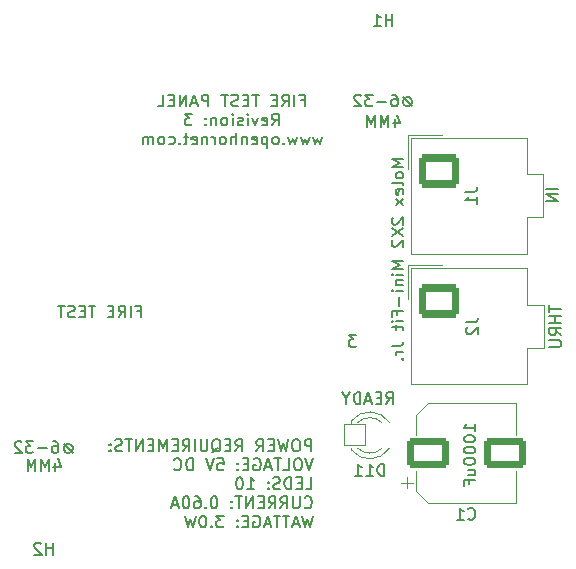
<source format=gbr>
%TF.GenerationSoftware,KiCad,Pcbnew,(6.0.9)*%
%TF.CreationDate,2023-04-01T12:44:57-08:00*%
%TF.ProjectId,FIRE TEST PANEL,46495245-2054-4455-9354-2050414e454c,3*%
%TF.SameCoordinates,Original*%
%TF.FileFunction,Legend,Bot*%
%TF.FilePolarity,Positive*%
%FSLAX46Y46*%
G04 Gerber Fmt 4.6, Leading zero omitted, Abs format (unit mm)*
G04 Created by KiCad (PCBNEW (6.0.9)) date 2023-04-01 12:44:57*
%MOMM*%
%LPD*%
G01*
G04 APERTURE LIST*
G04 Aperture macros list*
%AMRoundRect*
0 Rectangle with rounded corners*
0 $1 Rounding radius*
0 $2 $3 $4 $5 $6 $7 $8 $9 X,Y pos of 4 corners*
0 Add a 4 corners polygon primitive as box body*
4,1,4,$2,$3,$4,$5,$6,$7,$8,$9,$2,$3,0*
0 Add four circle primitives for the rounded corners*
1,1,$1+$1,$2,$3*
1,1,$1+$1,$4,$5*
1,1,$1+$1,$6,$7*
1,1,$1+$1,$8,$9*
0 Add four rect primitives between the rounded corners*
20,1,$1+$1,$2,$3,$4,$5,0*
20,1,$1+$1,$4,$5,$6,$7,0*
20,1,$1+$1,$6,$7,$8,$9,0*
20,1,$1+$1,$8,$9,$2,$3,0*%
G04 Aperture macros list end*
%ADD10C,0.150000*%
%ADD11C,0.120000*%
%ADD12RoundRect,0.050000X-0.900000X-0.900000X0.900000X-0.900000X0.900000X0.900000X-0.900000X0.900000X0*%
%ADD13C,1.900000*%
%ADD14RoundRect,0.300001X-1.399999X1.099999X-1.399999X-1.099999X1.399999X-1.099999X1.399999X1.099999X0*%
%ADD15O,3.400000X2.800000*%
%ADD16RoundRect,0.300000X-1.500000X-1.000000X1.500000X-1.000000X1.500000X1.000000X-1.500000X1.000000X0*%
%ADD17C,12.800000*%
%ADD18C,3.672000*%
%ADD19C,4.400000*%
G04 APERTURE END LIST*
D10*
X147910680Y-109189780D02*
X148244013Y-108713590D01*
X148482108Y-109189780D02*
X148482108Y-108189780D01*
X148101156Y-108189780D01*
X148005918Y-108237400D01*
X147958299Y-108285019D01*
X147910680Y-108380257D01*
X147910680Y-108523114D01*
X147958299Y-108618352D01*
X148005918Y-108665971D01*
X148101156Y-108713590D01*
X148482108Y-108713590D01*
X147482108Y-108665971D02*
X147148775Y-108665971D01*
X147005918Y-109189780D02*
X147482108Y-109189780D01*
X147482108Y-108189780D01*
X147005918Y-108189780D01*
X146624965Y-108904066D02*
X146148775Y-108904066D01*
X146720203Y-109189780D02*
X146386870Y-108189780D01*
X146053537Y-109189780D01*
X145720203Y-109189780D02*
X145720203Y-108189780D01*
X145482108Y-108189780D01*
X145339251Y-108237400D01*
X145244013Y-108332638D01*
X145196394Y-108427876D01*
X145148775Y-108618352D01*
X145148775Y-108761209D01*
X145196394Y-108951685D01*
X145244013Y-109046923D01*
X145339251Y-109142161D01*
X145482108Y-109189780D01*
X145720203Y-109189780D01*
X144529727Y-108713590D02*
X144529727Y-109189780D01*
X144863060Y-108189780D02*
X144529727Y-108713590D01*
X144196394Y-108189780D01*
X155463500Y-111460850D02*
X155463500Y-110889421D01*
X155463500Y-111175136D02*
X154463500Y-111175136D01*
X154606358Y-111079898D01*
X154701596Y-110984660D01*
X154749215Y-110889421D01*
X154463500Y-112079898D02*
X154463500Y-112175136D01*
X154511120Y-112270374D01*
X154558739Y-112317993D01*
X154653977Y-112365612D01*
X154844453Y-112413231D01*
X155082548Y-112413231D01*
X155273024Y-112365612D01*
X155368262Y-112317993D01*
X155415881Y-112270374D01*
X155463500Y-112175136D01*
X155463500Y-112079898D01*
X155415881Y-111984660D01*
X155368262Y-111937040D01*
X155273024Y-111889421D01*
X155082548Y-111841802D01*
X154844453Y-111841802D01*
X154653977Y-111889421D01*
X154558739Y-111937040D01*
X154511120Y-111984660D01*
X154463500Y-112079898D01*
X154463500Y-113032279D02*
X154463500Y-113127517D01*
X154511120Y-113222755D01*
X154558739Y-113270374D01*
X154653977Y-113317993D01*
X154844453Y-113365612D01*
X155082548Y-113365612D01*
X155273024Y-113317993D01*
X155368262Y-113270374D01*
X155415881Y-113222755D01*
X155463500Y-113127517D01*
X155463500Y-113032279D01*
X155415881Y-112937040D01*
X155368262Y-112889421D01*
X155273024Y-112841802D01*
X155082548Y-112794183D01*
X154844453Y-112794183D01*
X154653977Y-112841802D01*
X154558739Y-112889421D01*
X154511120Y-112937040D01*
X154463500Y-113032279D01*
X154463500Y-113984660D02*
X154463500Y-114079898D01*
X154511120Y-114175136D01*
X154558739Y-114222755D01*
X154653977Y-114270374D01*
X154844453Y-114317993D01*
X155082548Y-114317993D01*
X155273024Y-114270374D01*
X155368262Y-114222755D01*
X155415881Y-114175136D01*
X155463500Y-114079898D01*
X155463500Y-113984660D01*
X155415881Y-113889421D01*
X155368262Y-113841802D01*
X155273024Y-113794183D01*
X155082548Y-113746564D01*
X154844453Y-113746564D01*
X154653977Y-113794183D01*
X154558739Y-113841802D01*
X154511120Y-113889421D01*
X154463500Y-113984660D01*
X154796834Y-115175136D02*
X155463500Y-115175136D01*
X154796834Y-114746564D02*
X155320643Y-114746564D01*
X155415881Y-114794183D01*
X155463500Y-114889421D01*
X155463500Y-115032279D01*
X155415881Y-115127517D01*
X155368262Y-115175136D01*
X154939691Y-115984660D02*
X154939691Y-115651326D01*
X155463500Y-115651326D02*
X154463500Y-115651326D01*
X154463500Y-116127517D01*
X149362420Y-88463859D02*
X148362420Y-88463859D01*
X149076706Y-88797192D01*
X148362420Y-89130525D01*
X149362420Y-89130525D01*
X149362420Y-89749573D02*
X149314801Y-89654335D01*
X149267182Y-89606716D01*
X149171944Y-89559097D01*
X148886230Y-89559097D01*
X148790992Y-89606716D01*
X148743373Y-89654335D01*
X148695754Y-89749573D01*
X148695754Y-89892430D01*
X148743373Y-89987668D01*
X148790992Y-90035287D01*
X148886230Y-90082906D01*
X149171944Y-90082906D01*
X149267182Y-90035287D01*
X149314801Y-89987668D01*
X149362420Y-89892430D01*
X149362420Y-89749573D01*
X149362420Y-90654335D02*
X149314801Y-90559097D01*
X149219563Y-90511478D01*
X148362420Y-90511478D01*
X149314801Y-91416240D02*
X149362420Y-91321001D01*
X149362420Y-91130525D01*
X149314801Y-91035287D01*
X149219563Y-90987668D01*
X148838611Y-90987668D01*
X148743373Y-91035287D01*
X148695754Y-91130525D01*
X148695754Y-91321001D01*
X148743373Y-91416240D01*
X148838611Y-91463859D01*
X148933849Y-91463859D01*
X149029087Y-90987668D01*
X149362420Y-91797192D02*
X148695754Y-92321001D01*
X148695754Y-91797192D02*
X149362420Y-92321001D01*
X148457659Y-93416239D02*
X148410040Y-93463859D01*
X148362420Y-93559097D01*
X148362420Y-93797192D01*
X148410040Y-93892430D01*
X148457659Y-93940049D01*
X148552897Y-93987668D01*
X148648135Y-93987668D01*
X148790992Y-93940049D01*
X149362420Y-93368620D01*
X149362420Y-93987668D01*
X148362420Y-94321001D02*
X149362420Y-94987668D01*
X148362420Y-94987668D02*
X149362420Y-94321001D01*
X148457659Y-95321001D02*
X148410040Y-95368620D01*
X148362420Y-95463859D01*
X148362420Y-95701954D01*
X148410040Y-95797192D01*
X148457659Y-95844811D01*
X148552897Y-95892430D01*
X148648135Y-95892430D01*
X148790992Y-95844811D01*
X149362420Y-95273382D01*
X149362420Y-95892430D01*
X149362420Y-97082906D02*
X148362420Y-97082906D01*
X149076706Y-97416239D01*
X148362420Y-97749573D01*
X149362420Y-97749573D01*
X149362420Y-98225763D02*
X148695754Y-98225763D01*
X148362420Y-98225763D02*
X148410040Y-98178144D01*
X148457659Y-98225763D01*
X148410040Y-98273382D01*
X148362420Y-98225763D01*
X148457659Y-98225763D01*
X148695754Y-98701954D02*
X149362420Y-98701954D01*
X148790992Y-98701954D02*
X148743373Y-98749573D01*
X148695754Y-98844811D01*
X148695754Y-98987668D01*
X148743373Y-99082906D01*
X148838611Y-99130525D01*
X149362420Y-99130525D01*
X149362420Y-99606716D02*
X148695754Y-99606716D01*
X148362420Y-99606716D02*
X148410040Y-99559097D01*
X148457659Y-99606716D01*
X148410040Y-99654335D01*
X148362420Y-99606716D01*
X148457659Y-99606716D01*
X148981468Y-100082906D02*
X148981468Y-100844811D01*
X148838611Y-101654335D02*
X148838611Y-101321001D01*
X149362420Y-101321001D02*
X148362420Y-101321001D01*
X148362420Y-101797192D01*
X149362420Y-102178144D02*
X148695754Y-102178144D01*
X148362420Y-102178144D02*
X148410040Y-102130525D01*
X148457659Y-102178144D01*
X148410040Y-102225763D01*
X148362420Y-102178144D01*
X148457659Y-102178144D01*
X148695754Y-102511478D02*
X148695754Y-102892430D01*
X148362420Y-102654335D02*
X149219563Y-102654335D01*
X149314801Y-102701954D01*
X149362420Y-102797192D01*
X149362420Y-102892430D01*
X148362420Y-104273382D02*
X149076706Y-104273382D01*
X149219563Y-104225763D01*
X149314801Y-104130525D01*
X149362420Y-103987668D01*
X149362420Y-103892430D01*
X149362420Y-104749573D02*
X148695754Y-104749573D01*
X148886230Y-104749573D02*
X148790992Y-104797192D01*
X148743373Y-104844811D01*
X148695754Y-104940049D01*
X148695754Y-105035287D01*
X149267182Y-105368620D02*
X149314801Y-105416239D01*
X149362420Y-105368620D01*
X149314801Y-105321001D01*
X149267182Y-105368620D01*
X149362420Y-105368620D01*
X145367333Y-103338380D02*
X144748285Y-103338380D01*
X145081619Y-103719333D01*
X144938761Y-103719333D01*
X144843523Y-103766952D01*
X144795904Y-103814571D01*
X144748285Y-103909809D01*
X144748285Y-104147904D01*
X144795904Y-104243142D01*
X144843523Y-104290761D01*
X144938761Y-104338380D01*
X145224476Y-104338380D01*
X145319714Y-104290761D01*
X145367333Y-104243142D01*
X141574204Y-113183380D02*
X141574204Y-112183380D01*
X141193252Y-112183380D01*
X141098014Y-112231000D01*
X141050395Y-112278619D01*
X141002776Y-112373857D01*
X141002776Y-112516714D01*
X141050395Y-112611952D01*
X141098014Y-112659571D01*
X141193252Y-112707190D01*
X141574204Y-112707190D01*
X140383728Y-112183380D02*
X140193252Y-112183380D01*
X140098014Y-112231000D01*
X140002776Y-112326238D01*
X139955157Y-112516714D01*
X139955157Y-112850047D01*
X140002776Y-113040523D01*
X140098014Y-113135761D01*
X140193252Y-113183380D01*
X140383728Y-113183380D01*
X140478966Y-113135761D01*
X140574204Y-113040523D01*
X140621823Y-112850047D01*
X140621823Y-112516714D01*
X140574204Y-112326238D01*
X140478966Y-112231000D01*
X140383728Y-112183380D01*
X139621823Y-112183380D02*
X139383728Y-113183380D01*
X139193252Y-112469095D01*
X139002776Y-113183380D01*
X138764680Y-112183380D01*
X138383728Y-112659571D02*
X138050395Y-112659571D01*
X137907538Y-113183380D02*
X138383728Y-113183380D01*
X138383728Y-112183380D01*
X137907538Y-112183380D01*
X136907538Y-113183380D02*
X137240871Y-112707190D01*
X137478966Y-113183380D02*
X137478966Y-112183380D01*
X137098014Y-112183380D01*
X137002776Y-112231000D01*
X136955157Y-112278619D01*
X136907538Y-112373857D01*
X136907538Y-112516714D01*
X136955157Y-112611952D01*
X137002776Y-112659571D01*
X137098014Y-112707190D01*
X137478966Y-112707190D01*
X135145633Y-113183380D02*
X135478966Y-112707190D01*
X135717061Y-113183380D02*
X135717061Y-112183380D01*
X135336109Y-112183380D01*
X135240871Y-112231000D01*
X135193252Y-112278619D01*
X135145633Y-112373857D01*
X135145633Y-112516714D01*
X135193252Y-112611952D01*
X135240871Y-112659571D01*
X135336109Y-112707190D01*
X135717061Y-112707190D01*
X134717061Y-112659571D02*
X134383728Y-112659571D01*
X134240871Y-113183380D02*
X134717061Y-113183380D01*
X134717061Y-112183380D01*
X134240871Y-112183380D01*
X133145633Y-113278619D02*
X133240871Y-113231000D01*
X133336109Y-113135761D01*
X133478966Y-112992904D01*
X133574204Y-112945285D01*
X133669442Y-112945285D01*
X133621823Y-113183380D02*
X133717061Y-113135761D01*
X133812300Y-113040523D01*
X133859919Y-112850047D01*
X133859919Y-112516714D01*
X133812300Y-112326238D01*
X133717061Y-112231000D01*
X133621823Y-112183380D01*
X133431347Y-112183380D01*
X133336109Y-112231000D01*
X133240871Y-112326238D01*
X133193252Y-112516714D01*
X133193252Y-112850047D01*
X133240871Y-113040523D01*
X133336109Y-113135761D01*
X133431347Y-113183380D01*
X133621823Y-113183380D01*
X132764680Y-112183380D02*
X132764680Y-112992904D01*
X132717061Y-113088142D01*
X132669442Y-113135761D01*
X132574204Y-113183380D01*
X132383728Y-113183380D01*
X132288490Y-113135761D01*
X132240871Y-113088142D01*
X132193252Y-112992904D01*
X132193252Y-112183380D01*
X131717061Y-113183380D02*
X131717061Y-112183380D01*
X130669442Y-113183380D02*
X131002776Y-112707190D01*
X131240871Y-113183380D02*
X131240871Y-112183380D01*
X130859919Y-112183380D01*
X130764680Y-112231000D01*
X130717061Y-112278619D01*
X130669442Y-112373857D01*
X130669442Y-112516714D01*
X130717061Y-112611952D01*
X130764680Y-112659571D01*
X130859919Y-112707190D01*
X131240871Y-112707190D01*
X130240871Y-112659571D02*
X129907538Y-112659571D01*
X129764680Y-113183380D02*
X130240871Y-113183380D01*
X130240871Y-112183380D01*
X129764680Y-112183380D01*
X129336109Y-113183380D02*
X129336109Y-112183380D01*
X129002776Y-112897666D01*
X128669442Y-112183380D01*
X128669442Y-113183380D01*
X128193252Y-112659571D02*
X127859919Y-112659571D01*
X127717061Y-113183380D02*
X128193252Y-113183380D01*
X128193252Y-112183380D01*
X127717061Y-112183380D01*
X127288490Y-113183380D02*
X127288490Y-112183380D01*
X126717061Y-113183380D01*
X126717061Y-112183380D01*
X126383728Y-112183380D02*
X125812300Y-112183380D01*
X126098014Y-113183380D02*
X126098014Y-112183380D01*
X125526585Y-113135761D02*
X125383728Y-113183380D01*
X125145633Y-113183380D01*
X125050395Y-113135761D01*
X125002776Y-113088142D01*
X124955157Y-112992904D01*
X124955157Y-112897666D01*
X125002776Y-112802428D01*
X125050395Y-112754809D01*
X125145633Y-112707190D01*
X125336109Y-112659571D01*
X125431347Y-112611952D01*
X125478966Y-112564333D01*
X125526585Y-112469095D01*
X125526585Y-112373857D01*
X125478966Y-112278619D01*
X125431347Y-112231000D01*
X125336109Y-112183380D01*
X125098014Y-112183380D01*
X124955157Y-112231000D01*
X124526585Y-113088142D02*
X124478966Y-113135761D01*
X124526585Y-113183380D01*
X124574204Y-113135761D01*
X124526585Y-113088142D01*
X124526585Y-113183380D01*
X124526585Y-112564333D02*
X124478966Y-112611952D01*
X124526585Y-112659571D01*
X124574204Y-112611952D01*
X124526585Y-112564333D01*
X124526585Y-112659571D01*
X141717061Y-113793380D02*
X141383728Y-114793380D01*
X141050395Y-113793380D01*
X140526585Y-113793380D02*
X140336109Y-113793380D01*
X140240871Y-113841000D01*
X140145633Y-113936238D01*
X140098014Y-114126714D01*
X140098014Y-114460047D01*
X140145633Y-114650523D01*
X140240871Y-114745761D01*
X140336109Y-114793380D01*
X140526585Y-114793380D01*
X140621823Y-114745761D01*
X140717061Y-114650523D01*
X140764680Y-114460047D01*
X140764680Y-114126714D01*
X140717061Y-113936238D01*
X140621823Y-113841000D01*
X140526585Y-113793380D01*
X139193252Y-114793380D02*
X139669442Y-114793380D01*
X139669442Y-113793380D01*
X139002776Y-113793380D02*
X138431347Y-113793380D01*
X138717061Y-114793380D02*
X138717061Y-113793380D01*
X138145633Y-114507666D02*
X137669442Y-114507666D01*
X138240871Y-114793380D02*
X137907538Y-113793380D01*
X137574204Y-114793380D01*
X136717061Y-113841000D02*
X136812300Y-113793380D01*
X136955157Y-113793380D01*
X137098014Y-113841000D01*
X137193252Y-113936238D01*
X137240871Y-114031476D01*
X137288490Y-114221952D01*
X137288490Y-114364809D01*
X137240871Y-114555285D01*
X137193252Y-114650523D01*
X137098014Y-114745761D01*
X136955157Y-114793380D01*
X136859919Y-114793380D01*
X136717061Y-114745761D01*
X136669442Y-114698142D01*
X136669442Y-114364809D01*
X136859919Y-114364809D01*
X136240871Y-114269571D02*
X135907538Y-114269571D01*
X135764680Y-114793380D02*
X136240871Y-114793380D01*
X136240871Y-113793380D01*
X135764680Y-113793380D01*
X135336109Y-114698142D02*
X135288490Y-114745761D01*
X135336109Y-114793380D01*
X135383728Y-114745761D01*
X135336109Y-114698142D01*
X135336109Y-114793380D01*
X135336109Y-114174333D02*
X135288490Y-114221952D01*
X135336109Y-114269571D01*
X135383728Y-114221952D01*
X135336109Y-114174333D01*
X135336109Y-114269571D01*
X133621823Y-113793380D02*
X134098014Y-113793380D01*
X134145633Y-114269571D01*
X134098014Y-114221952D01*
X134002776Y-114174333D01*
X133764680Y-114174333D01*
X133669442Y-114221952D01*
X133621823Y-114269571D01*
X133574204Y-114364809D01*
X133574204Y-114602904D01*
X133621823Y-114698142D01*
X133669442Y-114745761D01*
X133764680Y-114793380D01*
X134002776Y-114793380D01*
X134098014Y-114745761D01*
X134145633Y-114698142D01*
X133288490Y-113793380D02*
X132955157Y-114793380D01*
X132621823Y-113793380D01*
X131526585Y-114793380D02*
X131526585Y-113793380D01*
X131288490Y-113793380D01*
X131145633Y-113841000D01*
X131050395Y-113936238D01*
X131002776Y-114031476D01*
X130955157Y-114221952D01*
X130955157Y-114364809D01*
X131002776Y-114555285D01*
X131050395Y-114650523D01*
X131145633Y-114745761D01*
X131288490Y-114793380D01*
X131526585Y-114793380D01*
X129955157Y-114698142D02*
X130002776Y-114745761D01*
X130145633Y-114793380D01*
X130240871Y-114793380D01*
X130383728Y-114745761D01*
X130478966Y-114650523D01*
X130526585Y-114555285D01*
X130574204Y-114364809D01*
X130574204Y-114221952D01*
X130526585Y-114031476D01*
X130478966Y-113936238D01*
X130383728Y-113841000D01*
X130240871Y-113793380D01*
X130145633Y-113793380D01*
X130002776Y-113841000D01*
X129955157Y-113888619D01*
X141098014Y-116403380D02*
X141574204Y-116403380D01*
X141574204Y-115403380D01*
X140764680Y-115879571D02*
X140431347Y-115879571D01*
X140288490Y-116403380D02*
X140764680Y-116403380D01*
X140764680Y-115403380D01*
X140288490Y-115403380D01*
X139859919Y-116403380D02*
X139859919Y-115403380D01*
X139621823Y-115403380D01*
X139478966Y-115451000D01*
X139383728Y-115546238D01*
X139336109Y-115641476D01*
X139288490Y-115831952D01*
X139288490Y-115974809D01*
X139336109Y-116165285D01*
X139383728Y-116260523D01*
X139478966Y-116355761D01*
X139621823Y-116403380D01*
X139859919Y-116403380D01*
X138907538Y-116355761D02*
X138764680Y-116403380D01*
X138526585Y-116403380D01*
X138431347Y-116355761D01*
X138383728Y-116308142D01*
X138336109Y-116212904D01*
X138336109Y-116117666D01*
X138383728Y-116022428D01*
X138431347Y-115974809D01*
X138526585Y-115927190D01*
X138717061Y-115879571D01*
X138812300Y-115831952D01*
X138859919Y-115784333D01*
X138907538Y-115689095D01*
X138907538Y-115593857D01*
X138859919Y-115498619D01*
X138812300Y-115451000D01*
X138717061Y-115403380D01*
X138478966Y-115403380D01*
X138336109Y-115451000D01*
X137907538Y-116308142D02*
X137859919Y-116355761D01*
X137907538Y-116403380D01*
X137955157Y-116355761D01*
X137907538Y-116308142D01*
X137907538Y-116403380D01*
X137907538Y-115784333D02*
X137859919Y-115831952D01*
X137907538Y-115879571D01*
X137955157Y-115831952D01*
X137907538Y-115784333D01*
X137907538Y-115879571D01*
X136145633Y-116403380D02*
X136717061Y-116403380D01*
X136431347Y-116403380D02*
X136431347Y-115403380D01*
X136526585Y-115546238D01*
X136621823Y-115641476D01*
X136717061Y-115689095D01*
X135526585Y-115403380D02*
X135431347Y-115403380D01*
X135336109Y-115451000D01*
X135288490Y-115498619D01*
X135240871Y-115593857D01*
X135193252Y-115784333D01*
X135193252Y-116022428D01*
X135240871Y-116212904D01*
X135288490Y-116308142D01*
X135336109Y-116355761D01*
X135431347Y-116403380D01*
X135526585Y-116403380D01*
X135621823Y-116355761D01*
X135669442Y-116308142D01*
X135717061Y-116212904D01*
X135764680Y-116022428D01*
X135764680Y-115784333D01*
X135717061Y-115593857D01*
X135669442Y-115498619D01*
X135621823Y-115451000D01*
X135526585Y-115403380D01*
X141002776Y-117918142D02*
X141050395Y-117965761D01*
X141193252Y-118013380D01*
X141288490Y-118013380D01*
X141431347Y-117965761D01*
X141526585Y-117870523D01*
X141574204Y-117775285D01*
X141621823Y-117584809D01*
X141621823Y-117441952D01*
X141574204Y-117251476D01*
X141526585Y-117156238D01*
X141431347Y-117061000D01*
X141288490Y-117013380D01*
X141193252Y-117013380D01*
X141050395Y-117061000D01*
X141002776Y-117108619D01*
X140574204Y-117013380D02*
X140574204Y-117822904D01*
X140526585Y-117918142D01*
X140478966Y-117965761D01*
X140383728Y-118013380D01*
X140193252Y-118013380D01*
X140098014Y-117965761D01*
X140050395Y-117918142D01*
X140002776Y-117822904D01*
X140002776Y-117013380D01*
X138955157Y-118013380D02*
X139288490Y-117537190D01*
X139526585Y-118013380D02*
X139526585Y-117013380D01*
X139145633Y-117013380D01*
X139050395Y-117061000D01*
X139002776Y-117108619D01*
X138955157Y-117203857D01*
X138955157Y-117346714D01*
X139002776Y-117441952D01*
X139050395Y-117489571D01*
X139145633Y-117537190D01*
X139526585Y-117537190D01*
X137955157Y-118013380D02*
X138288490Y-117537190D01*
X138526585Y-118013380D02*
X138526585Y-117013380D01*
X138145633Y-117013380D01*
X138050395Y-117061000D01*
X138002776Y-117108619D01*
X137955157Y-117203857D01*
X137955157Y-117346714D01*
X138002776Y-117441952D01*
X138050395Y-117489571D01*
X138145633Y-117537190D01*
X138526585Y-117537190D01*
X137526585Y-117489571D02*
X137193252Y-117489571D01*
X137050395Y-118013380D02*
X137526585Y-118013380D01*
X137526585Y-117013380D01*
X137050395Y-117013380D01*
X136621823Y-118013380D02*
X136621823Y-117013380D01*
X136050395Y-118013380D01*
X136050395Y-117013380D01*
X135717061Y-117013380D02*
X135145633Y-117013380D01*
X135431347Y-118013380D02*
X135431347Y-117013380D01*
X134812300Y-117918142D02*
X134764680Y-117965761D01*
X134812300Y-118013380D01*
X134859919Y-117965761D01*
X134812300Y-117918142D01*
X134812300Y-118013380D01*
X134812300Y-117394333D02*
X134764680Y-117441952D01*
X134812300Y-117489571D01*
X134859919Y-117441952D01*
X134812300Y-117394333D01*
X134812300Y-117489571D01*
X133383728Y-117013380D02*
X133288490Y-117013380D01*
X133193252Y-117061000D01*
X133145633Y-117108619D01*
X133098014Y-117203857D01*
X133050395Y-117394333D01*
X133050395Y-117632428D01*
X133098014Y-117822904D01*
X133145633Y-117918142D01*
X133193252Y-117965761D01*
X133288490Y-118013380D01*
X133383728Y-118013380D01*
X133478966Y-117965761D01*
X133526585Y-117918142D01*
X133574204Y-117822904D01*
X133621823Y-117632428D01*
X133621823Y-117394333D01*
X133574204Y-117203857D01*
X133526585Y-117108619D01*
X133478966Y-117061000D01*
X133383728Y-117013380D01*
X132621823Y-117918142D02*
X132574204Y-117965761D01*
X132621823Y-118013380D01*
X132669442Y-117965761D01*
X132621823Y-117918142D01*
X132621823Y-118013380D01*
X131717061Y-117013380D02*
X131907538Y-117013380D01*
X132002776Y-117061000D01*
X132050395Y-117108619D01*
X132145633Y-117251476D01*
X132193252Y-117441952D01*
X132193252Y-117822904D01*
X132145633Y-117918142D01*
X132098014Y-117965761D01*
X132002776Y-118013380D01*
X131812300Y-118013380D01*
X131717061Y-117965761D01*
X131669442Y-117918142D01*
X131621823Y-117822904D01*
X131621823Y-117584809D01*
X131669442Y-117489571D01*
X131717061Y-117441952D01*
X131812300Y-117394333D01*
X132002776Y-117394333D01*
X132098014Y-117441952D01*
X132145633Y-117489571D01*
X132193252Y-117584809D01*
X131002776Y-117013380D02*
X130907538Y-117013380D01*
X130812300Y-117061000D01*
X130764680Y-117108619D01*
X130717061Y-117203857D01*
X130669442Y-117394333D01*
X130669442Y-117632428D01*
X130717061Y-117822904D01*
X130764680Y-117918142D01*
X130812300Y-117965761D01*
X130907538Y-118013380D01*
X131002776Y-118013380D01*
X131098014Y-117965761D01*
X131145633Y-117918142D01*
X131193252Y-117822904D01*
X131240871Y-117632428D01*
X131240871Y-117394333D01*
X131193252Y-117203857D01*
X131145633Y-117108619D01*
X131098014Y-117061000D01*
X131002776Y-117013380D01*
X130288490Y-117727666D02*
X129812300Y-117727666D01*
X130383728Y-118013380D02*
X130050395Y-117013380D01*
X129717061Y-118013380D01*
X141669442Y-118623380D02*
X141431347Y-119623380D01*
X141240871Y-118909095D01*
X141050395Y-119623380D01*
X140812300Y-118623380D01*
X140478966Y-119337666D02*
X140002776Y-119337666D01*
X140574204Y-119623380D02*
X140240871Y-118623380D01*
X139907538Y-119623380D01*
X139717061Y-118623380D02*
X139145633Y-118623380D01*
X139431347Y-119623380D02*
X139431347Y-118623380D01*
X138955157Y-118623380D02*
X138383728Y-118623380D01*
X138669442Y-119623380D02*
X138669442Y-118623380D01*
X138098014Y-119337666D02*
X137621823Y-119337666D01*
X138193252Y-119623380D02*
X137859919Y-118623380D01*
X137526585Y-119623380D01*
X136669442Y-118671000D02*
X136764680Y-118623380D01*
X136907538Y-118623380D01*
X137050395Y-118671000D01*
X137145633Y-118766238D01*
X137193252Y-118861476D01*
X137240871Y-119051952D01*
X137240871Y-119194809D01*
X137193252Y-119385285D01*
X137145633Y-119480523D01*
X137050395Y-119575761D01*
X136907538Y-119623380D01*
X136812300Y-119623380D01*
X136669442Y-119575761D01*
X136621823Y-119528142D01*
X136621823Y-119194809D01*
X136812300Y-119194809D01*
X136193252Y-119099571D02*
X135859919Y-119099571D01*
X135717061Y-119623380D02*
X136193252Y-119623380D01*
X136193252Y-118623380D01*
X135717061Y-118623380D01*
X135288490Y-119528142D02*
X135240871Y-119575761D01*
X135288490Y-119623380D01*
X135336109Y-119575761D01*
X135288490Y-119528142D01*
X135288490Y-119623380D01*
X135288490Y-119004333D02*
X135240871Y-119051952D01*
X135288490Y-119099571D01*
X135336109Y-119051952D01*
X135288490Y-119004333D01*
X135288490Y-119099571D01*
X134145633Y-118623380D02*
X133526585Y-118623380D01*
X133859919Y-119004333D01*
X133717061Y-119004333D01*
X133621823Y-119051952D01*
X133574204Y-119099571D01*
X133526585Y-119194809D01*
X133526585Y-119432904D01*
X133574204Y-119528142D01*
X133621823Y-119575761D01*
X133717061Y-119623380D01*
X134002776Y-119623380D01*
X134098014Y-119575761D01*
X134145633Y-119528142D01*
X133098014Y-119528142D02*
X133050395Y-119575761D01*
X133098014Y-119623380D01*
X133145633Y-119575761D01*
X133098014Y-119528142D01*
X133098014Y-119623380D01*
X132431347Y-118623380D02*
X132336109Y-118623380D01*
X132240871Y-118671000D01*
X132193252Y-118718619D01*
X132145633Y-118813857D01*
X132098014Y-119004333D01*
X132098014Y-119242428D01*
X132145633Y-119432904D01*
X132193252Y-119528142D01*
X132240871Y-119575761D01*
X132336109Y-119623380D01*
X132431347Y-119623380D01*
X132526585Y-119575761D01*
X132574204Y-119528142D01*
X132621823Y-119432904D01*
X132669442Y-119242428D01*
X132669442Y-119004333D01*
X132621823Y-118813857D01*
X132574204Y-118718619D01*
X132526585Y-118671000D01*
X132431347Y-118623380D01*
X131764680Y-118623380D02*
X131526585Y-119623380D01*
X131336109Y-118909095D01*
X131145633Y-119623380D01*
X130907538Y-118623380D01*
X162456120Y-90956830D02*
X161456120Y-90956830D01*
X162456120Y-91433020D02*
X161456120Y-91433020D01*
X162456120Y-92004449D01*
X161456120Y-92004449D01*
X161732980Y-100836006D02*
X161732980Y-101407435D01*
X162732980Y-101121720D02*
X161732980Y-101121720D01*
X162732980Y-101740768D02*
X161732980Y-101740768D01*
X162209171Y-101740768D02*
X162209171Y-102312197D01*
X162732980Y-102312197D02*
X161732980Y-102312197D01*
X162732980Y-103359816D02*
X162256790Y-103026482D01*
X162732980Y-102788387D02*
X161732980Y-102788387D01*
X161732980Y-103169340D01*
X161780600Y-103264578D01*
X161828219Y-103312197D01*
X161923457Y-103359816D01*
X162066314Y-103359816D01*
X162161552Y-103312197D01*
X162209171Y-103264578D01*
X162256790Y-103169340D01*
X162256790Y-102788387D01*
X161732980Y-103788387D02*
X162542504Y-103788387D01*
X162637742Y-103836006D01*
X162685361Y-103883625D01*
X162732980Y-103978863D01*
X162732980Y-104169340D01*
X162685361Y-104264578D01*
X162637742Y-104312197D01*
X162542504Y-104359816D01*
X161732980Y-104359816D01*
X140658123Y-83459371D02*
X140991457Y-83459371D01*
X140991457Y-83983180D02*
X140991457Y-82983180D01*
X140515266Y-82983180D01*
X140134314Y-83983180D02*
X140134314Y-82983180D01*
X139086695Y-83983180D02*
X139420028Y-83506990D01*
X139658123Y-83983180D02*
X139658123Y-82983180D01*
X139277171Y-82983180D01*
X139181933Y-83030800D01*
X139134314Y-83078419D01*
X139086695Y-83173657D01*
X139086695Y-83316514D01*
X139134314Y-83411752D01*
X139181933Y-83459371D01*
X139277171Y-83506990D01*
X139658123Y-83506990D01*
X138658123Y-83459371D02*
X138324790Y-83459371D01*
X138181933Y-83983180D02*
X138658123Y-83983180D01*
X138658123Y-82983180D01*
X138181933Y-82983180D01*
X137134314Y-82983180D02*
X136562885Y-82983180D01*
X136848600Y-83983180D02*
X136848600Y-82983180D01*
X136229552Y-83459371D02*
X135896219Y-83459371D01*
X135753361Y-83983180D02*
X136229552Y-83983180D01*
X136229552Y-82983180D01*
X135753361Y-82983180D01*
X135372409Y-83935561D02*
X135229552Y-83983180D01*
X134991457Y-83983180D01*
X134896219Y-83935561D01*
X134848600Y-83887942D01*
X134800980Y-83792704D01*
X134800980Y-83697466D01*
X134848600Y-83602228D01*
X134896219Y-83554609D01*
X134991457Y-83506990D01*
X135181933Y-83459371D01*
X135277171Y-83411752D01*
X135324790Y-83364133D01*
X135372409Y-83268895D01*
X135372409Y-83173657D01*
X135324790Y-83078419D01*
X135277171Y-83030800D01*
X135181933Y-82983180D01*
X134943838Y-82983180D01*
X134800980Y-83030800D01*
X134515266Y-82983180D02*
X133943838Y-82983180D01*
X134229552Y-83983180D02*
X134229552Y-82983180D01*
X132848600Y-83983180D02*
X132848600Y-82983180D01*
X132467647Y-82983180D01*
X132372409Y-83030800D01*
X132324790Y-83078419D01*
X132277171Y-83173657D01*
X132277171Y-83316514D01*
X132324790Y-83411752D01*
X132372409Y-83459371D01*
X132467647Y-83506990D01*
X132848600Y-83506990D01*
X131896219Y-83697466D02*
X131420028Y-83697466D01*
X131991457Y-83983180D02*
X131658123Y-82983180D01*
X131324790Y-83983180D01*
X130991457Y-83983180D02*
X130991457Y-82983180D01*
X130420028Y-83983180D01*
X130420028Y-82983180D01*
X129943838Y-83459371D02*
X129610504Y-83459371D01*
X129467647Y-83983180D02*
X129943838Y-83983180D01*
X129943838Y-82983180D01*
X129467647Y-82983180D01*
X128562885Y-83983180D02*
X129039076Y-83983180D01*
X129039076Y-82983180D01*
X138229552Y-85593180D02*
X138562885Y-85116990D01*
X138800980Y-85593180D02*
X138800980Y-84593180D01*
X138420028Y-84593180D01*
X138324790Y-84640800D01*
X138277171Y-84688419D01*
X138229552Y-84783657D01*
X138229552Y-84926514D01*
X138277171Y-85021752D01*
X138324790Y-85069371D01*
X138420028Y-85116990D01*
X138800980Y-85116990D01*
X137420028Y-85545561D02*
X137515266Y-85593180D01*
X137705742Y-85593180D01*
X137800980Y-85545561D01*
X137848600Y-85450323D01*
X137848600Y-85069371D01*
X137800980Y-84974133D01*
X137705742Y-84926514D01*
X137515266Y-84926514D01*
X137420028Y-84974133D01*
X137372409Y-85069371D01*
X137372409Y-85164609D01*
X137848600Y-85259847D01*
X137039076Y-84926514D02*
X136800980Y-85593180D01*
X136562885Y-84926514D01*
X136181933Y-85593180D02*
X136181933Y-84926514D01*
X136181933Y-84593180D02*
X136229552Y-84640800D01*
X136181933Y-84688419D01*
X136134314Y-84640800D01*
X136181933Y-84593180D01*
X136181933Y-84688419D01*
X135753361Y-85545561D02*
X135658123Y-85593180D01*
X135467647Y-85593180D01*
X135372409Y-85545561D01*
X135324790Y-85450323D01*
X135324790Y-85402704D01*
X135372409Y-85307466D01*
X135467647Y-85259847D01*
X135610504Y-85259847D01*
X135705742Y-85212228D01*
X135753361Y-85116990D01*
X135753361Y-85069371D01*
X135705742Y-84974133D01*
X135610504Y-84926514D01*
X135467647Y-84926514D01*
X135372409Y-84974133D01*
X134896219Y-85593180D02*
X134896219Y-84926514D01*
X134896219Y-84593180D02*
X134943838Y-84640800D01*
X134896219Y-84688419D01*
X134848600Y-84640800D01*
X134896219Y-84593180D01*
X134896219Y-84688419D01*
X134277171Y-85593180D02*
X134372409Y-85545561D01*
X134420028Y-85497942D01*
X134467647Y-85402704D01*
X134467647Y-85116990D01*
X134420028Y-85021752D01*
X134372409Y-84974133D01*
X134277171Y-84926514D01*
X134134314Y-84926514D01*
X134039076Y-84974133D01*
X133991457Y-85021752D01*
X133943838Y-85116990D01*
X133943838Y-85402704D01*
X133991457Y-85497942D01*
X134039076Y-85545561D01*
X134134314Y-85593180D01*
X134277171Y-85593180D01*
X133515266Y-84926514D02*
X133515266Y-85593180D01*
X133515266Y-85021752D02*
X133467647Y-84974133D01*
X133372409Y-84926514D01*
X133229552Y-84926514D01*
X133134314Y-84974133D01*
X133086695Y-85069371D01*
X133086695Y-85593180D01*
X132610504Y-85497942D02*
X132562885Y-85545561D01*
X132610504Y-85593180D01*
X132658123Y-85545561D01*
X132610504Y-85497942D01*
X132610504Y-85593180D01*
X132610504Y-84974133D02*
X132562885Y-85021752D01*
X132610504Y-85069371D01*
X132658123Y-85021752D01*
X132610504Y-84974133D01*
X132610504Y-85069371D01*
X131467647Y-84593180D02*
X130848600Y-84593180D01*
X131181933Y-84974133D01*
X131039076Y-84974133D01*
X130943838Y-85021752D01*
X130896219Y-85069371D01*
X130848600Y-85164609D01*
X130848600Y-85402704D01*
X130896219Y-85497942D01*
X130943838Y-85545561D01*
X131039076Y-85593180D01*
X131324790Y-85593180D01*
X131420028Y-85545561D01*
X131467647Y-85497942D01*
X142467647Y-86536514D02*
X142277171Y-87203180D01*
X142086695Y-86726990D01*
X141896219Y-87203180D01*
X141705742Y-86536514D01*
X141420028Y-86536514D02*
X141229552Y-87203180D01*
X141039076Y-86726990D01*
X140848600Y-87203180D01*
X140658123Y-86536514D01*
X140372409Y-86536514D02*
X140181933Y-87203180D01*
X139991457Y-86726990D01*
X139800980Y-87203180D01*
X139610504Y-86536514D01*
X139229552Y-87107942D02*
X139181933Y-87155561D01*
X139229552Y-87203180D01*
X139277171Y-87155561D01*
X139229552Y-87107942D01*
X139229552Y-87203180D01*
X138610504Y-87203180D02*
X138705742Y-87155561D01*
X138753361Y-87107942D01*
X138800980Y-87012704D01*
X138800980Y-86726990D01*
X138753361Y-86631752D01*
X138705742Y-86584133D01*
X138610504Y-86536514D01*
X138467647Y-86536514D01*
X138372409Y-86584133D01*
X138324790Y-86631752D01*
X138277171Y-86726990D01*
X138277171Y-87012704D01*
X138324790Y-87107942D01*
X138372409Y-87155561D01*
X138467647Y-87203180D01*
X138610504Y-87203180D01*
X137848600Y-86536514D02*
X137848600Y-87536514D01*
X137848600Y-86584133D02*
X137753361Y-86536514D01*
X137562885Y-86536514D01*
X137467647Y-86584133D01*
X137420028Y-86631752D01*
X137372409Y-86726990D01*
X137372409Y-87012704D01*
X137420028Y-87107942D01*
X137467647Y-87155561D01*
X137562885Y-87203180D01*
X137753361Y-87203180D01*
X137848600Y-87155561D01*
X136562885Y-87155561D02*
X136658123Y-87203180D01*
X136848600Y-87203180D01*
X136943838Y-87155561D01*
X136991457Y-87060323D01*
X136991457Y-86679371D01*
X136943838Y-86584133D01*
X136848600Y-86536514D01*
X136658123Y-86536514D01*
X136562885Y-86584133D01*
X136515266Y-86679371D01*
X136515266Y-86774609D01*
X136991457Y-86869847D01*
X136086695Y-86536514D02*
X136086695Y-87203180D01*
X136086695Y-86631752D02*
X136039076Y-86584133D01*
X135943838Y-86536514D01*
X135800980Y-86536514D01*
X135705742Y-86584133D01*
X135658123Y-86679371D01*
X135658123Y-87203180D01*
X135181933Y-87203180D02*
X135181933Y-86203180D01*
X134753361Y-87203180D02*
X134753361Y-86679371D01*
X134800980Y-86584133D01*
X134896219Y-86536514D01*
X135039076Y-86536514D01*
X135134314Y-86584133D01*
X135181933Y-86631752D01*
X134134314Y-87203180D02*
X134229552Y-87155561D01*
X134277171Y-87107942D01*
X134324790Y-87012704D01*
X134324790Y-86726990D01*
X134277171Y-86631752D01*
X134229552Y-86584133D01*
X134134314Y-86536514D01*
X133991457Y-86536514D01*
X133896219Y-86584133D01*
X133848600Y-86631752D01*
X133800980Y-86726990D01*
X133800980Y-87012704D01*
X133848600Y-87107942D01*
X133896219Y-87155561D01*
X133991457Y-87203180D01*
X134134314Y-87203180D01*
X133372409Y-87203180D02*
X133372409Y-86536514D01*
X133372409Y-86726990D02*
X133324790Y-86631752D01*
X133277171Y-86584133D01*
X133181933Y-86536514D01*
X133086695Y-86536514D01*
X132753361Y-86536514D02*
X132753361Y-87203180D01*
X132753361Y-86631752D02*
X132705742Y-86584133D01*
X132610504Y-86536514D01*
X132467647Y-86536514D01*
X132372409Y-86584133D01*
X132324790Y-86679371D01*
X132324790Y-87203180D01*
X131467647Y-87155561D02*
X131562885Y-87203180D01*
X131753361Y-87203180D01*
X131848600Y-87155561D01*
X131896219Y-87060323D01*
X131896219Y-86679371D01*
X131848600Y-86584133D01*
X131753361Y-86536514D01*
X131562885Y-86536514D01*
X131467647Y-86584133D01*
X131420028Y-86679371D01*
X131420028Y-86774609D01*
X131896219Y-86869847D01*
X131134314Y-86536514D02*
X130753361Y-86536514D01*
X130991457Y-86203180D02*
X130991457Y-87060323D01*
X130943838Y-87155561D01*
X130848600Y-87203180D01*
X130753361Y-87203180D01*
X130420028Y-87107942D02*
X130372409Y-87155561D01*
X130420028Y-87203180D01*
X130467647Y-87155561D01*
X130420028Y-87107942D01*
X130420028Y-87203180D01*
X129515266Y-87155561D02*
X129610504Y-87203180D01*
X129800980Y-87203180D01*
X129896219Y-87155561D01*
X129943838Y-87107942D01*
X129991457Y-87012704D01*
X129991457Y-86726990D01*
X129943838Y-86631752D01*
X129896219Y-86584133D01*
X129800980Y-86536514D01*
X129610504Y-86536514D01*
X129515266Y-86584133D01*
X128943838Y-87203180D02*
X129039076Y-87155561D01*
X129086695Y-87107942D01*
X129134314Y-87012704D01*
X129134314Y-86726990D01*
X129086695Y-86631752D01*
X129039076Y-86584133D01*
X128943838Y-86536514D01*
X128800980Y-86536514D01*
X128705742Y-86584133D01*
X128658123Y-86631752D01*
X128610504Y-86726990D01*
X128610504Y-87012704D01*
X128658123Y-87107942D01*
X128705742Y-87155561D01*
X128800980Y-87203180D01*
X128943838Y-87203180D01*
X128181933Y-87203180D02*
X128181933Y-86536514D01*
X128181933Y-86631752D02*
X128134314Y-86584133D01*
X128039076Y-86536514D01*
X127896219Y-86536514D01*
X127800980Y-86584133D01*
X127753361Y-86679371D01*
X127753361Y-87203180D01*
X127753361Y-86679371D02*
X127705742Y-86584133D01*
X127610504Y-86536514D01*
X127467647Y-86536514D01*
X127372409Y-86584133D01*
X127324790Y-86679371D01*
X127324790Y-87203180D01*
X126817047Y-101325371D02*
X127150380Y-101325371D01*
X127150380Y-101849180D02*
X127150380Y-100849180D01*
X126674190Y-100849180D01*
X126293238Y-101849180D02*
X126293238Y-100849180D01*
X125245619Y-101849180D02*
X125578952Y-101372990D01*
X125817047Y-101849180D02*
X125817047Y-100849180D01*
X125436095Y-100849180D01*
X125340857Y-100896800D01*
X125293238Y-100944419D01*
X125245619Y-101039657D01*
X125245619Y-101182514D01*
X125293238Y-101277752D01*
X125340857Y-101325371D01*
X125436095Y-101372990D01*
X125817047Y-101372990D01*
X124817047Y-101325371D02*
X124483714Y-101325371D01*
X124340857Y-101849180D02*
X124817047Y-101849180D01*
X124817047Y-100849180D01*
X124340857Y-100849180D01*
X123293238Y-100849180D02*
X122721809Y-100849180D01*
X123007523Y-101849180D02*
X123007523Y-100849180D01*
X122388476Y-101325371D02*
X122055142Y-101325371D01*
X121912285Y-101849180D02*
X122388476Y-101849180D01*
X122388476Y-100849180D01*
X121912285Y-100849180D01*
X121531333Y-101801561D02*
X121388476Y-101849180D01*
X121150380Y-101849180D01*
X121055142Y-101801561D01*
X121007523Y-101753942D01*
X120959904Y-101658704D01*
X120959904Y-101563466D01*
X121007523Y-101468228D01*
X121055142Y-101420609D01*
X121150380Y-101372990D01*
X121340857Y-101325371D01*
X121436095Y-101277752D01*
X121483714Y-101230133D01*
X121531333Y-101134895D01*
X121531333Y-101039657D01*
X121483714Y-100944419D01*
X121436095Y-100896800D01*
X121340857Y-100849180D01*
X121102761Y-100849180D01*
X120959904Y-100896800D01*
X120674190Y-100849180D02*
X120102761Y-100849180D01*
X120388476Y-101849180D02*
X120388476Y-100849180D01*
%TO.C,D11*%
X147734285Y-115251380D02*
X147734285Y-114251380D01*
X147496190Y-114251380D01*
X147353333Y-114299000D01*
X147258095Y-114394238D01*
X147210476Y-114489476D01*
X147162857Y-114679952D01*
X147162857Y-114822809D01*
X147210476Y-115013285D01*
X147258095Y-115108523D01*
X147353333Y-115203761D01*
X147496190Y-115251380D01*
X147734285Y-115251380D01*
X146210476Y-115251380D02*
X146781904Y-115251380D01*
X146496190Y-115251380D02*
X146496190Y-114251380D01*
X146591428Y-114394238D01*
X146686666Y-114489476D01*
X146781904Y-114537095D01*
X145258095Y-115251380D02*
X145829523Y-115251380D01*
X145543809Y-115251380D02*
X145543809Y-114251380D01*
X145639047Y-114394238D01*
X145734285Y-114489476D01*
X145829523Y-114537095D01*
%TO.C,J2*%
X154664004Y-102264666D02*
X155378290Y-102264666D01*
X155521147Y-102217047D01*
X155616385Y-102121809D01*
X155664004Y-101978952D01*
X155664004Y-101883714D01*
X154759243Y-102693238D02*
X154711624Y-102740857D01*
X154664004Y-102836095D01*
X154664004Y-103074190D01*
X154711624Y-103169428D01*
X154759243Y-103217047D01*
X154854481Y-103264666D01*
X154949719Y-103264666D01*
X155092576Y-103217047D01*
X155664004Y-102645619D01*
X155664004Y-103264666D01*
%TO.C,J1*%
X154614004Y-91215266D02*
X155328290Y-91215266D01*
X155471147Y-91167647D01*
X155566385Y-91072409D01*
X155614004Y-90929552D01*
X155614004Y-90834314D01*
X155614004Y-92215266D02*
X155614004Y-91643838D01*
X155614004Y-91929552D02*
X154614004Y-91929552D01*
X154756862Y-91834314D01*
X154852100Y-91739076D01*
X154899719Y-91643838D01*
%TO.C,C1*%
X154843666Y-118879142D02*
X154891285Y-118926761D01*
X155034142Y-118974380D01*
X155129380Y-118974380D01*
X155272238Y-118926761D01*
X155367476Y-118831523D01*
X155415095Y-118736285D01*
X155462714Y-118545809D01*
X155462714Y-118402952D01*
X155415095Y-118212476D01*
X155367476Y-118117238D01*
X155272238Y-118022000D01*
X155129380Y-117974380D01*
X155034142Y-117974380D01*
X154891285Y-118022000D01*
X154843666Y-118069619D01*
X153891285Y-118974380D02*
X154462714Y-118974380D01*
X154177000Y-118974380D02*
X154177000Y-117974380D01*
X154272238Y-118117238D01*
X154367476Y-118212476D01*
X154462714Y-118260095D01*
%TO.C,3*%
X119874091Y-114177207D02*
X119874091Y-114843873D01*
X120112187Y-113796254D02*
X120350282Y-114510540D01*
X119731234Y-114510540D01*
X119350282Y-114843873D02*
X119350282Y-113843873D01*
X119016949Y-114558159D01*
X118683615Y-113843873D01*
X118683615Y-114843873D01*
X118207425Y-114843873D02*
X118207425Y-113843873D01*
X117874091Y-114558159D01*
X117540758Y-113843873D01*
X117540758Y-114843873D01*
X121064568Y-112556969D02*
X120874091Y-112556969D01*
X120683615Y-112652207D01*
X120588377Y-112842683D01*
X120588377Y-113033159D01*
X120683615Y-113223635D01*
X120874091Y-113318873D01*
X121064568Y-113318873D01*
X121255044Y-113223635D01*
X121350282Y-113033159D01*
X121350282Y-112842683D01*
X121255044Y-112652207D01*
X121064568Y-112556969D01*
X120588377Y-112556969D02*
X121350282Y-113318873D01*
X119683615Y-112318873D02*
X119874091Y-112318873D01*
X119969330Y-112366493D01*
X120016949Y-112414112D01*
X120112187Y-112556969D01*
X120159806Y-112747445D01*
X120159806Y-113128397D01*
X120112187Y-113223635D01*
X120064568Y-113271254D01*
X119969330Y-113318873D01*
X119778853Y-113318873D01*
X119683615Y-113271254D01*
X119635996Y-113223635D01*
X119588377Y-113128397D01*
X119588377Y-112890302D01*
X119635996Y-112795064D01*
X119683615Y-112747445D01*
X119778853Y-112699826D01*
X119969330Y-112699826D01*
X120064568Y-112747445D01*
X120112187Y-112795064D01*
X120159806Y-112890302D01*
X119159806Y-112937921D02*
X118397901Y-112937921D01*
X118016949Y-112318873D02*
X117397901Y-112318873D01*
X117731234Y-112699826D01*
X117588377Y-112699826D01*
X117493139Y-112747445D01*
X117445520Y-112795064D01*
X117397901Y-112890302D01*
X117397901Y-113128397D01*
X117445520Y-113223635D01*
X117493139Y-113271254D01*
X117588377Y-113318873D01*
X117874091Y-113318873D01*
X117969330Y-113271254D01*
X118016949Y-113223635D01*
X117016949Y-112414112D02*
X116969330Y-112366493D01*
X116874091Y-112318873D01*
X116635996Y-112318873D01*
X116540758Y-112366493D01*
X116493139Y-112414112D01*
X116445520Y-112509350D01*
X116445520Y-112604588D01*
X116493139Y-112747445D01*
X117064568Y-113318873D01*
X116445520Y-113318873D01*
X119683615Y-121928873D02*
X119683615Y-120928873D01*
X119683615Y-121405064D02*
X119112187Y-121405064D01*
X119112187Y-121928873D02*
X119112187Y-120928873D01*
X118683615Y-121024112D02*
X118635996Y-120976493D01*
X118540758Y-120928873D01*
X118302663Y-120928873D01*
X118207425Y-120976493D01*
X118159806Y-121024112D01*
X118112187Y-121119350D01*
X118112187Y-121214588D01*
X118159806Y-121357445D01*
X118731234Y-121928873D01*
X118112187Y-121928873D01*
%TO.C,2*%
X148615280Y-85071294D02*
X148615280Y-85737960D01*
X148853376Y-84690341D02*
X149091471Y-85404627D01*
X148472423Y-85404627D01*
X148091471Y-85737960D02*
X148091471Y-84737960D01*
X147758138Y-85452246D01*
X147424804Y-84737960D01*
X147424804Y-85737960D01*
X146948614Y-85737960D02*
X146948614Y-84737960D01*
X146615280Y-85452246D01*
X146281947Y-84737960D01*
X146281947Y-85737960D01*
X148424804Y-77155300D02*
X148424804Y-76155300D01*
X148424804Y-76631491D02*
X147853376Y-76631491D01*
X147853376Y-77155300D02*
X147853376Y-76155300D01*
X146853376Y-77155300D02*
X147424804Y-77155300D01*
X147139090Y-77155300D02*
X147139090Y-76155300D01*
X147234328Y-76298158D01*
X147329566Y-76393396D01*
X147424804Y-76441015D01*
X149805757Y-83225996D02*
X149615280Y-83225996D01*
X149424804Y-83321234D01*
X149329566Y-83511710D01*
X149329566Y-83702186D01*
X149424804Y-83892662D01*
X149615280Y-83987900D01*
X149805757Y-83987900D01*
X149996233Y-83892662D01*
X150091471Y-83702186D01*
X150091471Y-83511710D01*
X149996233Y-83321234D01*
X149805757Y-83225996D01*
X149329566Y-83225996D02*
X150091471Y-83987900D01*
X148424804Y-82987900D02*
X148615280Y-82987900D01*
X148710519Y-83035520D01*
X148758138Y-83083139D01*
X148853376Y-83225996D01*
X148900995Y-83416472D01*
X148900995Y-83797424D01*
X148853376Y-83892662D01*
X148805757Y-83940281D01*
X148710519Y-83987900D01*
X148520042Y-83987900D01*
X148424804Y-83940281D01*
X148377185Y-83892662D01*
X148329566Y-83797424D01*
X148329566Y-83559329D01*
X148377185Y-83464091D01*
X148424804Y-83416472D01*
X148520042Y-83368853D01*
X148710519Y-83368853D01*
X148805757Y-83416472D01*
X148853376Y-83464091D01*
X148900995Y-83559329D01*
X147900995Y-83606948D02*
X147139090Y-83606948D01*
X146758138Y-82987900D02*
X146139090Y-82987900D01*
X146472423Y-83368853D01*
X146329566Y-83368853D01*
X146234328Y-83416472D01*
X146186709Y-83464091D01*
X146139090Y-83559329D01*
X146139090Y-83797424D01*
X146186709Y-83892662D01*
X146234328Y-83940281D01*
X146329566Y-83987900D01*
X146615280Y-83987900D01*
X146710519Y-83940281D01*
X146758138Y-83892662D01*
X145758138Y-83083139D02*
X145710519Y-83035520D01*
X145615280Y-82987900D01*
X145377185Y-82987900D01*
X145281947Y-83035520D01*
X145234328Y-83083139D01*
X145186709Y-83178377D01*
X145186709Y-83273615D01*
X145234328Y-83416472D01*
X145805757Y-83987900D01*
X145186709Y-83987900D01*
D11*
%TO.C,D11*%
X144960000Y-113075000D02*
X144960000Y-112919000D01*
X144960000Y-110759000D02*
X144960000Y-110603000D01*
X145479039Y-112919000D02*
G75*
G03*
X147561130Y-112918837I1040961J1080000D01*
G01*
X148192335Y-110760392D02*
G75*
G03*
X144960000Y-110603484I-1672335J-1078608D01*
G01*
X147561130Y-110759163D02*
G75*
G03*
X145479039Y-110759000I-1041130J-1079837D01*
G01*
X144960000Y-113074516D02*
G75*
G03*
X148192335Y-112917608I1560000J1235516D01*
G01*
%TO.C,J2*%
X161251000Y-104408000D02*
X161251000Y-102598000D01*
X150031000Y-107508000D02*
X159851000Y-107508000D01*
X161251000Y-100788000D02*
X161251000Y-102598000D01*
X159851000Y-100788000D02*
X161251000Y-100788000D01*
X150031000Y-97688000D02*
X159851000Y-97688000D01*
X159851000Y-104408000D02*
X161251000Y-104408000D01*
X149791000Y-100298000D02*
X149791000Y-97448000D01*
X149791000Y-97448000D02*
X152641000Y-97448000D01*
X159851000Y-97688000D02*
X159851000Y-100788000D01*
X159851000Y-107508000D02*
X159851000Y-104408000D01*
X150031000Y-102598000D02*
X150031000Y-97688000D01*
X150031000Y-102598000D02*
X150031000Y-107508000D01*
%TO.C,J1*%
X161201000Y-93358600D02*
X161201000Y-91548600D01*
X149981000Y-96458600D02*
X159801000Y-96458600D01*
X161201000Y-89738600D02*
X161201000Y-91548600D01*
X159801000Y-89738600D02*
X161201000Y-89738600D01*
X149981000Y-86638600D02*
X159801000Y-86638600D01*
X159801000Y-93358600D02*
X161201000Y-93358600D01*
X149741000Y-89248600D02*
X149741000Y-86398600D01*
X149741000Y-86398600D02*
X152591000Y-86398600D01*
X159801000Y-86638600D02*
X159801000Y-89738600D01*
X159801000Y-96458600D02*
X159801000Y-93358600D01*
X149981000Y-91548600D02*
X149981000Y-86638600D01*
X149981000Y-91548600D02*
X149981000Y-96458600D01*
%TO.C,C1*%
X150417000Y-110126437D02*
X150417000Y-111812000D01*
X151481437Y-109062000D02*
X158937000Y-109062000D01*
X150417000Y-110126437D02*
X151481437Y-109062000D01*
X149677000Y-116332000D02*
X149677000Y-115332000D01*
X158937000Y-117582000D02*
X158937000Y-114832000D01*
X150417000Y-116517563D02*
X151481437Y-117582000D01*
X158937000Y-109062000D02*
X158937000Y-111812000D01*
X149177000Y-115832000D02*
X150177000Y-115832000D01*
X151481437Y-117582000D02*
X158937000Y-117582000D01*
X150417000Y-116517563D02*
X150417000Y-114832000D01*
%TD*%
%LPC*%
D12*
%TO.C,D11*%
X145250000Y-111839000D03*
D13*
X147790000Y-111839000D03*
%TD*%
D14*
%TO.C,J2*%
X152391000Y-100498000D03*
D15*
X152391000Y-104698000D03*
X157891000Y-100498000D03*
X157891000Y-104698000D03*
%TD*%
D14*
%TO.C,J1*%
X152341000Y-89448600D03*
D15*
X152341000Y-93648600D03*
X157841000Y-89448600D03*
X157841000Y-93648600D03*
%TD*%
D16*
%TO.C,C1*%
X151427000Y-113322000D03*
X157927000Y-113322000D03*
%TD*%
D17*
%TO.C,1*%
X134542711Y-101156493D03*
D18*
X134542711Y-91631493D03*
D17*
X134542711Y-101156493D03*
%TD*%
D19*
%TO.C,3*%
X118921711Y-117666493D03*
%TD*%
%TO.C,2*%
X147623711Y-80074493D03*
%TD*%
M02*

</source>
